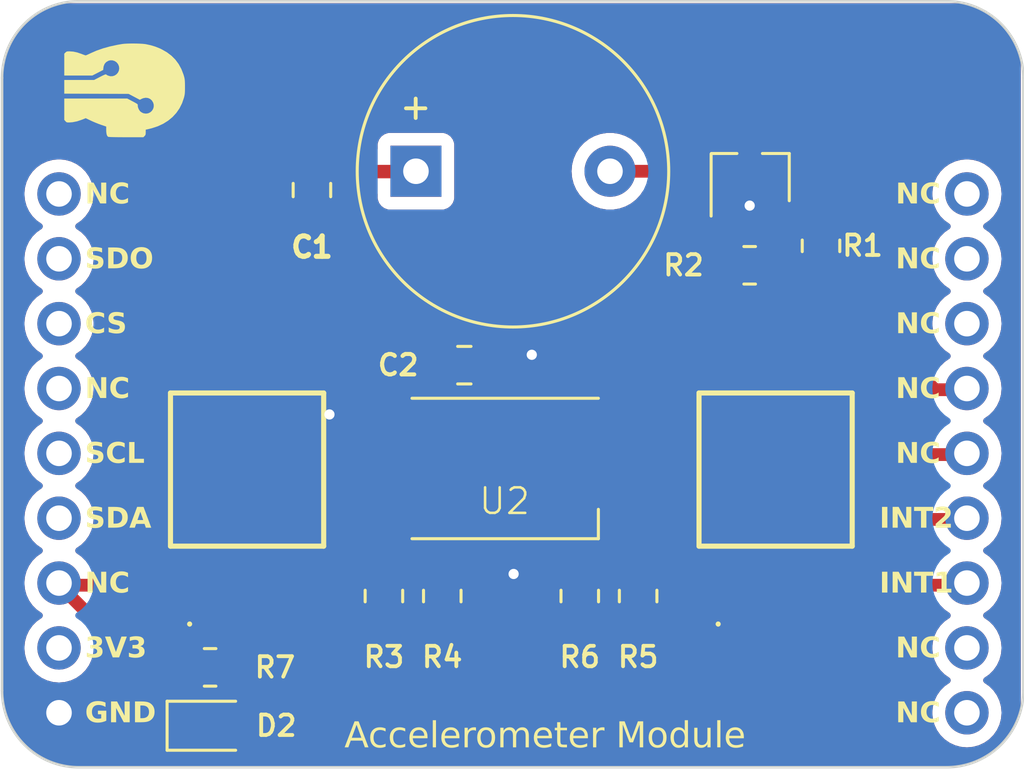
<source format=kicad_pcb>
(kicad_pcb (version 20221018) (generator pcbnew)
  (layers (0 "F.Cu" signal) (31 "B.Cu" signal) (34 "B.Paste" user) (35 "F.Paste" user) (36 "B.SilkS" user "B.Silkscreen") (37 "F.SilkS" user "F.Silkscreen") (38 "B.Mask" user) (39 "F.Mask" user) (44 "Edge.Cuts" user))
  (net 0 "")
  (net 1 "+5V")
  (net 2 "GND")
  (net 4 "DIN")
  (net 5 "Net-(D2-A)")
  (net 6 "Net-(Q1-B)")
  (net 7 "Net-(Q1-C)")
  (net 8 "SIG")
  (net 9 "Net-(R3-Pad2)")
  (net 10 "Net-(R5-Pad2)")
  (net 11 "GPIO_01")
  (net 12 "GPIO_02")
  (footprint "Capacitor_SMD:C_0805_2012Metric" (layer "F.Cu") (at 84.074 86.2076)
    (fp_text reference "C2" (at -2.5908 0) (layer "F.SilkS") (effects (font (size 0.8 0.8) (thickness 0.16) bold)))
    (fp_text value "0.1uF" hide)
    (fp_line (start -0.261252 -0.735) (end 0.261252 -0.735) (stroke (width 0.12)) (layer "F.SilkS"))
    (fp_line (start -0.261252 0.735) (end 0.261252 0.735) (stroke (width 0.12)) (layer "F.SilkS"))
    (pad "1" smd roundrect (at -0.95 0) (size 1 1.45) (layers "F.Cu" "F.Paste" "F.Mask") (net 1 "+5V"))
    (pad "2" smd roundrect (at 0.95 0) (size 1 1.45) (layers "F.Cu" "F.Paste" "F.Mask") (net 2 "GND"))
  )
  (footprint "LED_SMD:LED_0805_2012Metric" (layer "F.Cu") (at 74.1172 100.33)
    (fp_text reference "D2" (at 2.5908 0) (layer "F.SilkS") (effects (font (size 0.8 0.8) (thickness 0.15) bold)))
    (fp_text value "LED" hide)
    (fp_line (start -1.685 -0.96) (end -1.685 0.96) (stroke (width 0.12)) (layer "F.SilkS"))
    (fp_line (start -1.685 0.96) (end 1 0.96) (stroke (width 0.12)) (layer "F.SilkS"))
    (fp_line (start 1 -0.96) (end -1.685 -0.96) (stroke (width 0.12)) (layer "F.SilkS"))
    (pad "1" smd roundrect (at -0.9375 0) (size 0.975 1.4) (layers "F.Cu" "F.Paste" "F.Mask") (net 2 "GND"))
    (pad "2" smd roundrect (at 0.9375 0) (size 0.975 1.4) (layers "F.Cu" "F.Paste" "F.Mask") (net 5 "Net-(D2-A)"))
  )
  (footprint "oled_button:TS046665BK160SMT" (layer "F.Cu") (at 75.565 90.297 90)
    (fp_text reference "SW1" hide)
    (fp_text value "SW_MEC_5E" hide)
    (fp_line (start -6.1 -2.25) (end -6.1 -2.25) (stroke (width 0.1)) (layer "F.SilkS"))
    (fp_line (start -6 -2.25) (end -6 -2.25) (stroke (width 0.1)) (layer "F.SilkS"))
    (fp_line (start -3 -3) (end 3 -3) (stroke (width 0.2)) (layer "F.SilkS"))
    (fp_line (start -3 3) (end -3 -3) (stroke (width 0.2)) (layer "F.SilkS"))
    (fp_line (start 3 -3) (end 3 3) (stroke (width 0.2)) (layer "F.SilkS"))
    (fp_line (start 3 3) (end -3 3) (stroke (width 0.2)) (layer "F.SilkS"))
    (fp_arc (start -6.1 -2.25) (mid -6.05 -2.3) (end -6 -2.25) (stroke (width 0.1)) (layer "F.SilkS"))
    (fp_arc (start -6 -2.25) (mid -6.05 -2.2) (end -6.1 -2.25) (stroke (width 0.1)) (layer "F.SilkS"))
    (pad "1" smd rect (at -4.55 -2.25 180) (size 1.4 2.1) (layers "F.Cu" "F.Paste" "F.Mask") (net 9 "Net-(R3-Pad2)"))
    (pad "2" smd rect (at -4.55 2.25 180) (size 1.4 2.1) (layers "F.Cu" "F.Paste" "F.Mask") (net 9 "Net-(R3-Pad2)"))
    (pad "3" smd rect (at 4.55 -2.25 180) (size 1.4 2.1) (layers "F.Cu" "F.Paste" "F.Mask") (net 11 "GPIO_01"))
    (pad "4" smd rect (at 4.55 2.25 180) (size 1.4 2.1) (layers "F.Cu" "F.Paste" "F.Mask") (net 11 "GPIO_01"))
  )
  (footprint "air_module:air_module" (layer "F.Cu") (at 85.6488 92.0356)
    (fp_text reference "U2" (at 0 -0.5 unlocked) (layer "F.SilkS") (effects (font (thickness 0.1))))
    (fp_text value "~")
    (fp_text user "NC" (at 15.3162 -4.4056 unlocked) (layer "F.SilkS") (effects (font (size 0.8 0.8) (thickness 0.2) bold) (justify left bottom)))
    (fp_text user "NC" (at 15.3162 8.2944 unlocked) (layer "F.SilkS") (effects (font (size 0.8 0.8) (thickness 0.2) bold) (justify left bottom)))
    (fp_text user "NC" (at 15.3162 -1.8656 unlocked) (layer "F.SilkS") (effects (font (size 0.8 0.8) (thickness 0.2) bold) (justify left bottom)))
    (fp_text user "NC" (at -16.4338 -12.0256 unlocked) (layer "F.SilkS") (effects (font (size 0.8 0.8) (thickness 0.2) bold) (justify left bottom)))
    (fp_text user "SCL" (at -16.4338 -1.8656 unlocked) (layer "F.SilkS") (effects (font (size 0.8 0.8) (thickness 0.2) bold) (justify left bottom)))
    (fp_text user "3V3" (at -16.4338 5.7544 unlocked) (layer "F.SilkS") (effects (font (size 0.8 0.8) (thickness 0.2) bold) (justify left bottom)))
    (fp_text user "INT1" (at 14.6812 3.2144 unlocked) (layer "F.SilkS") (effects (font (size 0.8 0.8) (thickness 0.2) bold) (justify left bottom)))
    (fp_text user "INT2" (at 14.6812 0.6744 unlocked) (layer "F.SilkS") (effects (font (size 0.8 0.8) (thickness 0.2) bold) (justify left bottom)))
    (fp_text user "CS" (at -16.4338 -6.9456 unlocked) (layer "F.SilkS") (effects (font (size 0.8 0.8) (thickness 0.2) bold) (justify left bottom)))
    (fp_text user "SDO" (at -16.4338 -9.4856 unlocked) (layer "F.SilkS") (effects (font (size 0.8 0.8) (thickness 0.2) bold) (justify left bottom)))
    (fp_text user "NC" (at 15.3162 -12.0256 unlocked) (layer "F.SilkS") (effects (font (size 0.8 0.8) (thickness 0.2) bold) (justify left bottom)))
    (fp_text user "GND" (at -16.4338 8.2944 unlocked) (layer "F.SilkS") (effects (font (size 0.8 0.8) (thickness 0.2) bold) (justify left bottom)))
    (fp_text user "NC" (at -16.4338 -4.4056 unlocked) (layer "F.SilkS") (effects (font (size 0.8 0.8) (thickness 0.2) bold) (justify left bottom)))
    (fp_text user "NC" (at -16.4338 3.2144 unlocked) (layer "F.SilkS") (effects (font (size 0.8 0.8) (thickness 0.2) bold) (justify left bottom)))
    (fp_text user "SDA" (at -16.4338 0.6744 unlocked) (layer "F.SilkS") (effects (font (size 0.8 0.8) (thickness 0.2) bold) (justify left bottom)))
    (fp_text user "Accelerometer Module" (at -6.2738 9.3104 unlocked) (layer "F.SilkS") (effects (font (thickness 0.1)) (justify left bottom)))
    (fp_text user "NC" (at 15.3162 -9.4856 unlocked) (layer "F.SilkS") (effects (font (size 0.8 0.8) (thickness 0.2) bold) (justify left bottom)))
    (fp_text user "NC" (at 15.3162 5.7544 unlocked) (layer "F.SilkS") (effects (font (size 0.8 0.8) (thickness 0.2) bold) (justify left bottom)))
    (fp_text user "NC" (at 15.3162 -6.9456 unlocked) (layer "F.SilkS") (effects (font (size 0.8 0.8) (thickness 0.2) bold) (justify left bottom)))
    (fp_poly (pts (xy -14.409382 -18.424609) (xy -14.284373 -18.420345) (xy -14.172436 -18.41358) (xy -14.080802 -18.404375) (xy -14.041724 -18.398303) (xy -13.853269 -18.357149) (xy -13.683331 -18.306133) (xy -13.519369 -18.241174) (xy -13.429404 -18.199111) (xy -13.225809 -18.083691) (xy -13.047121 -17.948997) (xy -12.892918 -17.794515) (xy -12.762778 -17.619731) (xy -12.65628 -17.424131) (xy -12.573 -17.2072) (xy -12.549521 -17.127104) (xy -12.536759 -17.07492) (xy -12.527646 -17.022564) (xy -12.521606 -16.963179) (xy -12.518064 -16.889906) (xy -12.516445 -16.795888) (xy -12.51616 -16.729254) (xy -12.516471 -16.624139) (xy -12.518179 -16.54326) (xy -12.521973 -16.479269) (xy -12.528539 -16.424819) (xy -12.538566 -16.372562) (xy -12.552742 -16.315149) (xy -12.556087 -16.30258) (xy -12.629514 -16.087143) (xy -12.729163 -15.888572) (xy -12.853947 -15.707853) (xy -13.002778 -15.54597) (xy -13.174568 -15.403908) (xy -13.368231 -15.282653) (xy -13.582678 -15.183189) (xy -13.816822 -15.106501) (xy -13.899335 -15.086106) (xy -14.053347 -15.050981) (xy -14.053347 -14.949039) (xy -14.054887 -14.890965) (xy -14.061819 -14.853309) (xy -14.077607 -14.824956) (xy -14.09952 -14.800924) (xy -14.145693 -14.754751) (xy -14.822188 -14.755232) (xy -15.017354 -14.755779) (xy -15.180988 -14.757122) (xy -15.313136 -14.759262) (xy -15.413847 -14.762201) (xy -15.483171 -14.765939) (xy -15.521154 -14.770477) (xy -15.527806 -14.772641) (xy -15.563505 -14.810321) (xy -15.587341 -14.875416) (xy -15.599544 -14.968744) (xy -15.601382 -15.034623) (xy -15.601407 -15.173346) (xy -15.801123 -15.240942) (xy -15.897413 -15.275849) (xy -16.007494 -15.319396) (xy -16.117074 -15.365754) (xy -16.20292 -15.404809) (xy -16.405002 -15.50108) (xy -16.548858 -15.442837) (xy -16.738064 -15.37858) (xy -16.919457 -15.342673) (xy -17.036014 -15.334083) (xy -17.096368 -15.333393) (xy -17.134749 -15.336828) (xy -17.160749 -15.347281) (xy -17.183963 -15.367645) (xy -17.197923 -15.382892) (xy -17.244143 -15.434479) (xy -17.244143 -15.852824) (xy -17.244143 -16.271169) (xy -16.010726 -16.271169) (xy -14.77731 -16.271169) (xy -14.567601 -16.160489) (xy -14.48664 -16.117331) (xy -14.429866 -16.085528) (xy -14.393293 -16.062146) (xy -14.372934 -16.044251) (xy -14.364803 -16.028908) (xy -14.364911 -16.013181) (xy -14.365213 -16.01152) (xy -14.36356 -15.958395) (xy -14.345036 -15.893567) (xy -14.3142 -15.828542) (xy -14.27561 -15.774828) (xy -14.268562 -15.767605) (xy -14.220027 -15.731434) (xy -14.160444 -15.701004) (xy -14.138599 -15.693187) (xy -14.044845 -15.679294) (xy -13.957182 -15.692779) (xy -13.879309 -15.729553) (xy -13.814926 -15.785526) (xy -13.767732 -15.856611) (xy -13.741427 -15.938718) (xy -13.739711 -16.027758) (xy -13.761874 -16.109552) (xy -13.812507 -16.193911) (xy -13.88157 -16.255114) (xy -13.964389 -16.291555) (xy -14.056294 -16.301627) (xy -14.152611 -16.283725) (xy -14.204852 -16.261841) (xy -14.28573 -16.220921) (xy -14.505204 -16.336872) (xy -14.724678 -16.452824) (xy -15.98441 -16.457138) (xy -17.244143 -16.461453) (xy -17.244143 -16.72962) (xy -17.244143 -16.997786) (xy -16.659908 -16.997786) (xy -16.075673 -16.997786) (xy -15.84744 -17.11641) (xy -15.749428 -17.165928) (xy -15.676635 -17.199529) (xy -15.629594 -17.216985) (xy -15.608844 -17.218071) (xy -15.608333 -17.217439) (xy -15.588169 -17.200581) (xy -15.550213 -17.178859) (xy -15.532275 -17.170245) (xy -15.441144 -17.144115) (xy -15.35248 -17.145987) (xy -15.27045 -17.172316) (xy -15.19922 -17.219556) (xy -15.142957 -17.284165) (xy -15.105828 -17.362595) (xy -15.092 -17.451304) (xy -15.102599 -17.535769) (xy -15.139889 -17.622434) (xy -15.199 -17.691754) (xy -15.274232 -17.740831) (xy -15.359887 -17.766768) (xy -15.450265 -17.766666) (xy -15.518719 -17.747343) (xy -15.603564 -17.697205) (xy -15.664 -17.627479) (xy -15.700644 -17.537286) (xy -15.711338 -17.4743) (xy -15.719827 -17.390055) (xy -15.932045 -17.280799) (xy -16.144263 -17.171542) (xy -16.694203 -17.171542) (xy -17.244143 -17.171542) (xy -17.244143 -17.59925) (xy -17.244143 -18.026958) (xy -17.19797 -18.073131) (xy -17.171241 -18.097234) (xy -17.144844 -18.11106) (xy -17.108952 -18.117397) (xy -17.053736 -18.119029) (xy -17.036061 -18.119029) (xy -16.888934 -18.108389) (xy -16.737628 -18.076092) (xy -16.574707 -18.02053) (xy -16.567054 -18.017486) (xy -16.503947 -17.993107) (xy -16.450536 -17.974072) (xy -16.414495 -17.963039) (xy -16.404952 -17.961343) (xy -16.383132 -17.968004) (xy -16.339239 -17.986194) (xy -16.27941 -18.013224) (xy -16.209783 -18.046407) (xy -16.201562 -18.050428) (xy -15.977798 -18.148206) (xy -15.72745 -18.235531) (xy -15.454095 -18.311363) (xy -15.161304 -18.374665) (xy -14.977414 -18.406257) (xy -14.895512 -18.415422) (xy -14.790527 -18.421778) (xy -14.66969 -18.425387) (xy -14.540231 -18.42631)) (fill solid) (layer "F.SilkS"))
    (fp_line (start -19.68 -17.08) (end -19.68 6.92) (stroke (width 0.1)) (layer "Edge.Cuts"))
    (fp_line (start -16.68 9.92) (end 17.32 9.92) (stroke (width 0.1)) (layer "Edge.Cuts"))
    (fp_line (start 17.32 -20.08) (end -16.68 -20.08) (stroke (width 0.1)) (layer "Edge.Cuts"))
    (fp_line (start 20.32 6.92) (end 20.32 -17.08) (stroke (width 0.1)) (layer "Edge.Cuts"))
    (fp_arc (start -19.68 -17.08) (mid -18.80132 -19.20132) (end -16.68 -20.08) (stroke (width 0.1)) (layer "Edge.Cuts"))
    (fp_arc (start -16.68 9.92) (mid -18.80132 9.04132) (end -19.68 6.92) (stroke (width 0.1)) (layer "Edge.Cuts"))
    (fp_arc (start 17.32 -20.08) (mid 19.44132 -19.20132) (end 20.32 -17.08) (stroke (width 0.1)) (layer "Edge.Cuts"))
    (fp_arc (start 20.32 6.92) (mid 19.44132 9.04132) (end 17.32 9.92) (stroke (width 0.1)) (layer "Edge.Cuts"))
    (pad "1" thru_hole oval (at -17.4498 -12.5336) (size 1.7 1.7) (drill 1) (layers "*.Cu" "*.Mask"))
    (pad "2" thru_hole oval (at -17.4498 -9.9936) (size 1.7 1.7) (drill 1) (layers "*.Cu" "*.Mask"))
    (pad "3" thru_hole oval (at -17.4498 -7.4536) (size 1.7 1.7) (drill 1) (layers "*.Cu" "*.Mask"))
    (pad "4" thru_hole oval (at -17.4498 -4.9136) (size 1.7 1.7) (drill 1) (layers "*.Cu" "*.Mask"))
    (pad "5" thru_hole oval (at -17.4498 -2.3736) (size 1.7 1.7) (drill 1) (layers "*.Cu" "*.Mask"))
    (pad "6" thru_hole oval (at -17.4498 0.1664) (size 1.7 1.7) (drill 1) (layers "*.Cu" "*.Mask"))
    (pad "7" thru_hole oval (at -17.4498 2.7064) (size 1.7 1.7) (drill 1) (layers "*.Cu" "*.Mask") (net 1 "+5V"))
    (pad "8" thru_hole oval (at -17.4498 5.2464) (size 1.7 1.7) (drill 1) (layers "*.Cu" "*.Mask"))
    (pad "9" thru_hole oval (at -17.4498 7.7864) (size 1.7 1.7) (drill 1) (layers "*.Cu" "*.Mask") (net 2 "GND"))
    (pad "10" thru_hole oval (at 18.1102 7.7864) (size 1.7 1.7) (drill 1) (layers "*.Cu" "*.Mask"))
    (pad "11" thru_hole oval (at 18.1102 5.2464) (size 1.7 1.7) (drill 1) (layers "*.Cu" "*.Mask"))
    (pad "12" thru_hole oval (at 18.1102 2.7064) (size 1.7 1.7) (drill 1) (layers "*.Cu" "*.Mask") (net 4 "DIN"))
    (pad "13" thru_hole oval (at 18.1102 0.1664) (size 1.7 1.7) (drill 1) (layers "*.Cu" "*.Mask") (net 11 "GPIO_01"))
    (pad "14" thru_hole oval (at 18.1102 -2.3736) (size 1.7 1.7) (drill 1) (layers "*.Cu" "*.Mask") (net 12 "GPIO_02"))
    (pad "15" thru_hole oval (at 18.1102 -4.9136) (size 1.7 1.7) (drill 1) (layers "*.Cu" "*.Mask") (net 8 "SIG"))
    (pad "16" thru_hole oval (at 18.1102 -7.4536) (size 1.7 1.7) (drill 1) (layers "*.Cu" "*.Mask"))
    (pad "17" thru_hole oval (at 18.1102 -9.9936) (size 1.7 1.7) (drill 1) (layers "*.Cu" "*.Mask"))
    (pad "18" thru_hole oval (at 18.1102 -12.5336) (size 1.7 1.7) (drill 1) (layers "*.Cu" "*.Mask"))
  )
  (footprint "Capacitor_SMD:C_0805_2012Metric" (layer "F.Cu") (at 78.105 79.3496 -90)
    (fp_text reference "C1" (at 2.2352 -0.000668 -180) (layer "F.SilkS") (effects (font (size 0.8 0.8) (thickness 0.2) bold)))
    (fp_text value "0.1uF" hide)
    (fp_line (start -0.261252 -0.735) (end 0.261252 -0.735) (stroke (width 0.12)) (layer "F.SilkS"))
    (fp_line (start -0.261252 0.735) (end 0.261252 0.735) (stroke (width 0.12)) (layer "F.SilkS"))
    (pad "1" smd roundrect (at -0.95 0 270) (size 1 1.45) (layers "F.Cu" "F.Paste" "F.Mask") (net 1 "+5V"))
    (pad "2" smd roundrect (at 0.95 0 270) (size 1 1.45) (layers "F.Cu" "F.Paste" "F.Mask") (net 2 "GND"))
  )
  (footprint "LED_SMD:LED_WS2812B_PLCC4_5.0x5.0mm_P3.2mm" (layer "F.Cu") (at 85.673877 90.25452)
    (fp_text reference "D1" hide)
    (fp_text value "WS2812B" hide)
    (fp_line (start -3.65 -2.75) (end 3.65 -2.75) (stroke (width 0.12)) (layer "F.SilkS"))
    (fp_line (start -3.65 2.75) (end 3.65 2.75) (stroke (width 0.12)) (layer "F.SilkS"))
    (fp_line (start 3.65 2.75) (end 3.65 1.6) (stroke (width 0.12)) (layer "F.SilkS"))
    (pad "1" smd rect (at -2.45 -1.65) (size 1.5 0.9) (layers "F.Cu" "F.Paste" "F.Mask") (net 1 "+5V"))
    (pad "2" smd rect (at -2.45 1.65) (size 1.5 0.9) (layers "F.Cu" "F.Paste" "F.Mask"))
    (pad "3" smd rect (at 2.45 1.65) (size 1.5 0.9) (layers "F.Cu" "F.Paste" "F.Mask") (net 2 "GND"))
    (pad "4" smd rect (at 2.45 -1.65) (size 1.5 0.9) (layers "F.Cu" "F.Paste" "F.Mask") (net 4 "DIN"))
  )
  (footprint "Resistor_SMD:R_0805_2012Metric" (layer "F.Cu") (at 88.5952 95.25 -90)
    (fp_text reference "R6" (at 2.3876 0 -180) (layer "F.SilkS") (effects (font (size 0.8 0.8) (thickness 0.15) bold)))
    (fp_text value "0r" hide)
    (fp_line (start -0.227064 -0.735) (end 0.227064 -0.735) (stroke (width 0.12)) (layer "F.SilkS"))
    (fp_line (start -0.227064 0.735) (end 0.227064 0.735) (stroke (width 0.12)) (layer "F.SilkS"))
    (pad "1" smd roundrect (at -0.9125 0 270) (size 1.025 1.4) (layers "F.Cu" "F.Paste" "F.Mask") (roundrect_rratio 0.243902) (net 2 "GND"))
    (pad "2" smd roundrect (at 0.9125 0 270) (size 1.025 1.4) (layers "F.Cu" "F.Paste" "F.Mask") (roundrect_rratio 0.243902) (net 10 "Net-(R5-Pad2)"))
  )
  (footprint "oled_button:TS046665BK160SMT" (layer "F.Cu") (at 96.266 90.297 90)
    (fp_text reference "SW2" hide)
    (fp_text value "SW_MEC_5E" hide)
    (fp_line (start -6.1 -2.25) (end -6.1 -2.25) (stroke (width 0.1)) (layer "F.SilkS"))
    (fp_line (start -6 -2.25) (end -6 -2.25) (stroke (width 0.1)) (layer "F.SilkS"))
    (fp_line (start -3 -3) (end 3 -3) (stroke (width 0.2)) (layer "F.SilkS"))
    (fp_line (start -3 3) (end -3 -3) (stroke (width 0.2)) (layer "F.SilkS"))
    (fp_line (start 3 -3) (end 3 3) (stroke (width 0.2)) (layer "F.SilkS"))
    (fp_line (start 3 3) (end -3 3) (stroke (width 0.2)) (layer "F.SilkS"))
    (fp_arc (start -6.1 -2.25) (mid -6.05 -2.3) (end -6 -2.25) (stroke (width 0.1)) (layer "F.SilkS"))
    (fp_arc (start -6 -2.25) (mid -6.05 -2.2) (end -6.1 -2.25) (stroke (width 0.1)) (layer "F.SilkS"))
    (pad "1" smd rect (at -4.55 -2.25 180) (size 1.4 2.1) (layers "F.Cu" "F.Paste" "F.Mask") (net 10 "Net-(R5-Pad2)"))
    (pad "2" smd rect (at -4.55 2.25 180) (size 1.4 2.1) (layers "F.Cu" "F.Paste" "F.Mask") (net 10 "Net-(R5-Pad2)"))
    (pad "3" smd rect (at 4.55 -2.25 180) (size 1.4 2.1) (layers "F.Cu" "F.Paste" "F.Mask") (net 12 "GPIO_02"))
    (pad "4" smd rect (at 4.55 2.25 180) (size 1.4 2.1) (layers "F.Cu" "F.Paste" "F.Mask") (net 12 "GPIO_02"))
  )
  (footprint "Resistor_SMD:R_0805_2012Metric" (layer "F.Cu") (at 83.2104 95.25 -90)
    (fp_text reference "R4" (at 2.3876 0.002499 -180) (layer "F.SilkS") (effects (font (size 0.8 0.8) (thickness 0.15) bold)))
    (fp_text value "0r" hide)
    (fp_line (start -0.227064 -0.735) (end 0.227064 -0.735) (stroke (width 0.12)) (layer "F.SilkS"))
    (fp_line (start -0.227064 0.735) (end 0.227064 0.735) (stroke (width 0.12)) (layer "F.SilkS"))
    (pad "1" smd roundrect (at -0.9125 0 270) (size 1.025 1.4) (layers "F.Cu" "F.Paste" "F.Mask") (roundrect_rratio 0.243902) (net 2 "GND"))
    (pad "2" smd roundrect (at 0.9125 0 270) (size 1.025 1.4) (layers "F.Cu" "F.Paste" "F.Mask") (roundrect_rratio 0.243902) (net 9 "Net-(R3-Pad2)"))
  )
  (footprint "Package_TO_SOT_SMD:TSOT-23" (layer "F.Cu") (at 95.25 78.867 90)
    (fp_text reference "Q1" hide)
    (fp_text value "SS8050-G" hide)
    (fp_line (start 0.93 -1.51) (end -1.5 -1.51) (stroke (width 0.12)) (layer "F.SilkS"))
    (fp_line (start 0.95 -1.5) (end 0.95 -0.5) (stroke (width 0.12)) (layer "F.SilkS"))
    (fp_line (start 0.95 0.5) (end 0.95 1.55) (stroke (width 0.12)) (layer "F.SilkS"))
    (fp_line (start 0.95 1.55) (end -0.9 1.55) (stroke (width 0.12)) (layer "F.SilkS"))
    (pad "1" smd rect (at -1.31 -0.95 90) (size 1.22 0.65) (layers "F.Cu" "F.Paste" "F.Mask") (net 6 "Net-(Q1-B)"))
    (pad "2" smd rect (at -1.31 0.95 90) (size 1.22 0.65) (layers "F.Cu" "F.Paste" "F.Mask") (net 2 "GND"))
    (pad "3" smd rect (at 1.31 0 90) (size 1.22 0.65) (layers "F.Cu" "F.Paste" "F.Mask") (net 7 "Net-(Q1-C)"))
  )
  (footprint "Resistor_SMD:R_0805_2012Metric" (layer "F.Cu") (at 95.25 82.296)
    (fp_text reference "R2" (at -2.5908 0) (layer "F.SilkS") (effects (font (size 0.8 0.8) (thickness 0.15) bold)))
    (fp_text value "4.7k" hide)
    (fp_line (start -0.227064 -0.735) (end 0.227064 -0.735) (stroke (width 0.12)) (layer "F.SilkS"))
    (fp_line (start -0.227064 0.735) (end 0.227064 0.735) (stroke (width 0.12)) (layer "F.SilkS"))
    (pad "1" smd roundrect (at -0.9125 0) (size 1.025 1.4) (layers "F.Cu" "F.Paste" "F.Mask") (roundrect_rratio 0.243902) (net 6 "Net-(Q1-B)"))
    (pad "2" smd roundrect (at 0.9125 0) (size 1.025 1.4) (layers "F.Cu" "F.Paste" "F.Mask") (roundrect_rratio 0.243902) (net 8 "SIG"))
  )
  (footprint "Resistor_SMD:R_0805_2012Metric" (layer "F.Cu") (at 98.044 81.534 90)
    (fp_text reference "R1" (at 0.005036 1.6256 180) (layer "F.SilkS") (effects (font (size 0.8 0.8) (thickness 0.15) bold)))
    (fp_text value "10k" hide)
    (fp_line (start -0.227064 -0.735) (end 0.227064 -0.735) (stroke (width 0.12)) (layer "F.SilkS"))
    (fp_line (start -0.227064 0.735) (end 0.227064 0.735) (stroke (width 0.12)) (layer "F.SilkS"))
    (pad "1" smd roundrect (at -0.9125 0 90) (size 1.025 1.4) (layers "F.Cu" "F.Paste" "F.Mask") (roundrect_rratio 0.243902) (net 2 "GND"))
    (pad "2" smd roundrect (at 0.9125 0 90) (size 1.025 1.4) (layers "F.Cu" "F.Paste" "F.Mask") (roundrect_rratio 0.243902) (net 6 "Net-(Q1-B)"))
  )
  (footprint "Buzzer_Beeper:Buzzer_12x9.5RM7.6" (layer "F.Cu") (at 82.179 78.613)
    (fp_text reference "U1" hide)
    (fp_text value "Buzzer" hide)
    (fp_text user "+" (at -0.01 -2.54) (layer "F.SilkS"))
    (fp_circle (center 3.8 0) (end 9.9 0) (stroke (width 0.12)) (fill none) (layer "F.SilkS"))
    (pad "1" thru_hole rect (at 0 0) (size 2 2) (drill 1) (layers "*.Cu" "*.Mask") (net 1 "+5V"))
    (pad "2" thru_hole circle (at 7.6 0) (size 2 2) (drill 1) (layers "*.Cu" "*.Mask") (net 7 "Net-(Q1-C)"))
  )
  (footprint "Resistor_SMD:R_0805_2012Metric" (layer "F.Cu") (at 90.8812 95.25 -90)
    (fp_text reference "R5" (at 2.3876 0 -180) (layer "F.SilkS") (effects (font (size 0.8 0.8) (thickness 0.15) bold)))
    (fp_text value "0r" hide)
    (fp_line (start -0.227064 -0.735) (end 0.227064 -0.735) (stroke (width 0.12)) (layer "F.SilkS"))
    (fp_line (start -0.227064 0.735) (end 0.227064 0.735) (stroke (width 0.12)) (layer "F.SilkS"))
    (pad "1" smd roundrect (at -0.9125 0 270) (size 1.025 1.4) (layers "F.Cu" "F.Paste" "F.Mask") (roundrect_rratio 0.243902) (net 1 "+5V"))
    (pad "2" smd roundrect (at 0.9125 0 270) (size 1.025 1.4) (layers "F.Cu" "F.Paste" "F.Mask") (roundrect_rratio 0.243902) (net 10 "Net-(R5-Pad2)"))
  )
  (footprint "Resistor_SMD:R_0805_2012Metric" (layer "F.Cu") (at 80.9244 95.25 -90)
    (fp_text reference "R3" (at 2.3876 0 -180) (layer "F.SilkS") (effects (font (size 0.8 0.8) (thickness 0.15) bold)))
    (fp_text value "0r" hide)
    (fp_line (start -0.227064 -0.735) (end 0.227064 -0.735) (stroke (width 0.12)) (layer "F.SilkS"))
    (fp_line (start -0.227064 0.735) (end 0.227064 0.735) (stroke (width 0.12)) (layer "F.SilkS"))
    (pad "1" smd roundrect (at -0.9125 0 270) (size 1.025 1.4) (layers "F.Cu" "F.Paste" "F.Mask") (roundrect_rratio 0.243902) (net 1 "+5V"))
    (pad "2" smd roundrect (at 0.9125 0 270) (size 1.025 1.4) (layers "F.Cu" "F.Paste" "F.Mask") (roundrect_rratio 0.243902) (net 9 "Net-(R3-Pad2)"))
  )
  (footprint "Resistor_SMD:R_0805_2012Metric" (layer "F.Cu") (at 74.1172 98.044)
    (fp_text reference "R7" (at 2.54 0) (layer "F.SilkS") (effects (font (size 0.8 0.8) (thickness 0.15) bold)))
    (fp_text value "470r" hide)
    (fp_line (start -0.227064 -0.735) (end 0.227064 -0.735) (stroke (width 0.12)) (layer "F.SilkS"))
    (fp_line (start -0.227064 0.735) (end 0.227064 0.735) (stroke (width 0.12)) (layer "F.SilkS"))
    (pad "1" smd roundrect (at -0.9125 0) (size 1.025 1.4) (layers "F.Cu" "F.Paste" "F.Mask") (roundrect_rratio 0.243902) (net 1 "+5V"))
    (pad "2" smd roundrect (at 0.9125 0) (size 1.025 1.4) (layers "F.Cu" "F.Paste" "F.Mask") (roundrect_rratio 0.243902) (net 5 "Net-(D2-A)"))
  )
  (segment (start 83.124 86.2076) (end 83.124 88.504643) (width 0.5) (layer "F.Cu") (net 1))
  (segment (start 90.8812 92.2528) (end 90.8812 94.3375) (width 0.5) (layer "F.Cu") (net 1))
  (segment (start 83.124 88.504643) (end 83.223877 88.60452) (width 0.5) (layer "F.Cu") (net 1))
  (segment (start 83.223877 89.445323) (end 81.765203 90.903997) (width 0.5) (layer "F.Cu") (net 1))
  (segment (start 69.46068 94.82652) (end 68.21652 94.82652) (width 0.5) (layer "F.Cu") (net 1))
  (segment (start 81.765203 90.903997) (end 80.9244 90.903997) (width 0.5) (layer "F.Cu") (net 1))
  (segment (start 78.3438 78.6384) (end 82.1536 78.6384) (width 0.5) (layer "F.Cu") (net 1))
  (segment (start 71.434 98.044) (end 73.2047 98.044) (width 0.5) (layer "F.Cu") (net 1))
  (segment (start 71.4756 92.8116) (end 73.383203 90.903997) (width 0.5) (layer "F.Cu") (net 1))
  (segment (start 78.105 78.3996) (end 78.3438 78.6384) (width 0.5) (layer "F.Cu") (net 1))
  (segment (start 71.4756 92.8116) (end 69.46068 94.82652) (width 0.5) (layer "F.Cu") (net 1))
  (segment (start 82.1536 78.6384) (end 82.179 78.613) (width 0.5) (layer "F.Cu") (net 1))
  (segment (start 80.9244 90.903997) (end 80.9244 94.3375) (width 0.5) (layer "F.Cu") (net 1))
  (segment (start 71.4756 82.9564) (end 75.819 78.613) (width 0.5) (layer "F.Cu") (net 1))
  (segment (start 89.532397 90.903997) (end 90.8812 92.2528) (width 0.5) (layer "F.Cu") (net 1))
  (segment (start 75.819 78.613) (end 82.179 78.613) (width 0.5) (layer "F.Cu") (net 1))
  (segment (start 73.383203 90.903997) (end 80.9244 90.903997) (width 0.5) (layer "F.Cu") (net 1))
  (segment (start 71.4756 92.8116) (end 71.4756 82.9564) (width 0.5) (layer "F.Cu") (net 1))
  (segment (start 83.223877 88.60452) (end 83.223877 89.445323) (width 0.5) (layer "F.Cu") (net 1))
  (segment (start 68.21652 94.82652) (end 71.434 98.044) (width 0.5) (layer "F.Cu") (net 1))
  (segment (start 81.765203 90.903997) (end 89.532397 90.903997) (width 0.5) (layer "F.Cu") (net 1))
  (via (at 86.7156 85.8012) (size 0.8) (drill 0.4) (layers "F.Cu" "B.Cu") (net 2))
  (via (at 78.7908 88.138) (size 0.8) (drill 0.4) (layers "F.Cu" "B.Cu") (net 2))
  (via (at 86.0044 94.3864) (size 0.8) (drill 0.4) (layers "F.Cu" "B.Cu") (net 2))
  (via (at 95.25 79.9592) (size 0.8) (drill 0.4) (layers "F.Cu" "B.Cu") (net 2))
  (segment (start 91.5924 90.5764) (end 96.8954 90.5764) (width 0.5) (layer "F.Cu") (net 4))
  (segment (start 88.123877 88.60452) (end 89.62052 88.60452) (width 0.5) (layer "F.Cu") (net 4))
  (segment (start 89.62052 88.60452) (end 91.5924 90.5764) (width 0.5) (layer "F.Cu") (net 4))
  (segment (start 96.8954 90.5764) (end 101.14552 94.82652) (width 0.5) (layer "F.Cu") (net 4))
  (segment (start 101.14552 94.82652) (end 103.707877 94.82652) (width 0.5) (layer "F.Cu") (net 4))
  (segment (start 75.0297 98.044) (end 75.0297 100.305) (width 0.5) (layer "F.Cu") (net 5))
  (segment (start 75.0297 100.305) (end 75.0547 100.33) (width 0.5) (layer "F.Cu") (net 5))
  (segment (start 94.3 80.177) (end 94.3 82.2585) (width 0.5) (layer "F.Cu") (net 6))
  (segment (start 97.536 78.74) (end 98.044 79.248) (width 0.5) (layer "F.Cu") (net 6))
  (segment (start 94.3 80.177) (end 94.3 79.5376) (width 0.5) (layer "F.Cu") (net 6))
  (segment (start 98.044 79.248) (end 98.044 80.6215) (width 0.5) (layer "F.Cu") (net 6))
  (segment (start 94.3 82.2585) (end 94.3375 82.296) (width 0.5) (layer "F.Cu") (net 6))
  (segment (start 94.3 79.5376) (end 95.0976 78.74) (width 0.5) (layer "F.Cu") (net 6))
  (segment (start 95.0976 78.74) (end 97.536 78.74) (width 0.5) (layer "F.Cu") (net 6))
  (segment (start 93.4358 77.557) (end 95.25 77.557) (width 0.5) (layer "F.Cu") (net 7))
  (segment (start 92.3798 78.613) (end 93.4358 77.557) (width 0.5) (layer "F.Cu") (net 7))
  (segment (start 89.779 78.613) (end 92.3798 78.613) (width 0.5) (layer "F.Cu") (net 7))
  (segment (start 96.1625 82.296) (end 96.1625 83.1577) (width 0.5) (layer "F.Cu") (net 8))
  (segment (start 102.5116 87.17) (end 103.74 87.17) (width 0.5) (layer "F.Cu") (net 8))
  (segment (start 99.2124 83.8708) (end 102.5116 87.17) (width 0.5) (layer "F.Cu") (net 8))
  (segment (start 96.1625 83.1577) (end 96.8756 83.8708) (width 0.5) (layer "F.Cu") (net 8))
  (segment (start 96.8756 83.8708) (end 99.2124 83.8708) (width 0.5) (layer "F.Cu") (net 8))
  (segment (start 73.315 94.847) (end 77.815 94.847) (width 0.5) (layer "F.Cu") (net 9))
  (segment (start 79.3007 96.1625) (end 83.2104 96.1625) (width 0.5) (layer "F.Cu") (net 9))
  (segment (start 77.815 94.847) (end 77.9814 94.847) (width 0.5) (layer "F.Cu") (net 9))
  (segment (start 77.9814 94.847) (end 79.2988 96.1644) (width 0.5) (layer "F.Cu") (net 9))
  (segment (start 79.2988 96.1644) (end 79.3007 96.1625) (width 0.5) (layer "F.Cu") (net 9))
  (segment (start 91.6451 96.1625) (end 92.9606 94.847) (width 0.5) (layer "F.Cu") (net 10))
  (segment (start 92.9606 94.847) (end 94.016 94.847) (width 0.5) (layer "F.Cu") (net 10))
  (segment (start 90.8812 96.1625) (end 88.5952 96.1625) (width 0.5) (layer "F.Cu") (net 10))
  (segment (start 94.016 94.847) (end 98.516 94.847) (width 0.5) (layer "F.Cu") (net 10))
  (segment (start 90.8812 96.1625) (end 91.6451 96.1625) (width 0.5) (layer "F.Cu") (net 10))
  (segment (start 78.7908 83.6168) (end 87.4268 83.6168) (width 0.5) (layer "F.Cu") (net 11))
  (segment (start 100.9368 92.25) (end 103.74 92.25) (width 0.5) (layer "F.Cu") (net 11))
  (segment (start 87.4268 83.6168) (end 93.1672 89.3572) (width 0.5) (layer "F.Cu") (net 11))
  (segment (start 77.815 85.747) (end 77.815 84.5926) (width 0.5) (layer "F.Cu") (net 11))
  (segment (start 98.044 89.3572) (end 100.9368 92.25) (width 0.5) (layer "F.Cu") (net 11))
  (segment (start 93.1672 89.3572) (end 98.044 89.3572) (width 0.5) (layer "F.Cu") (net 11))
  (segment (start 77.815 85.747) (end 73.315 85.747) (width 0.5) (layer "F.Cu") (net 11))
  (segment (start 77.815 84.5926) (end 78.7908 83.6168) (width 0.5) (layer "F.Cu") (net 11))
  (segment (start 94.016 85.747) (end 98.516 85.747) (width 0.5) (layer "F.Cu") (net 12))
  (segment (start 98.516 85.747) (end 98.516 87.5432) (width 0.5) (layer "F.Cu") (net 12))
  (segment (start 100.6828 89.71) (end 103.74 89.71) (width 0.5) (layer "F.Cu") (net 12))
  (segment (start 98.516 87.5432) (end 100.6828 89.71) (width 0.5) (layer "F.Cu") (net 12))
  (zone (net 2) (net_name "GND") (layers "F&B.Cu") (connect_pads yes (clearance 0.5)) (min_thickness 0.25) (fill yes (thermal_gap 0.5) (thermal_bridge_width 0.5))
    (polygon (pts (xy 65.8876 72.0344) (xy 105.8672 72.0344) (xy 105.8672 102.0572) (xy 65.8876 102.0572)))
  )
)
</source>
